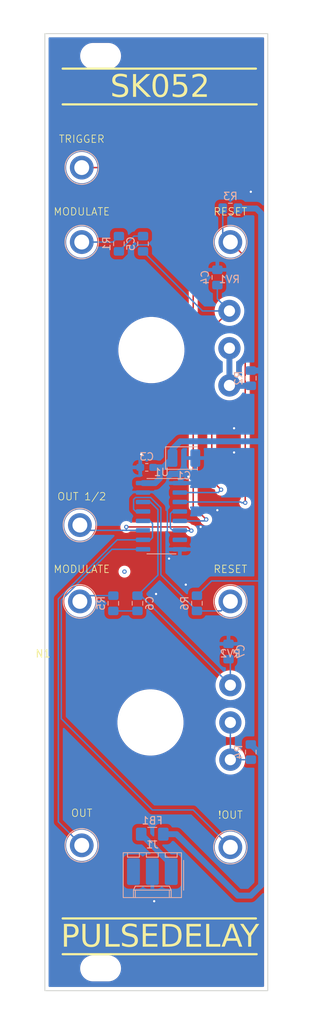
<source format=kicad_pcb>
(kicad_pcb (version 20240108) (generator "pcbnew") (generator_version "8.0")
  (layers (0 "F.Cu" signal) (31 "B.Cu" signal) (34 "B.Paste" user) (35 "F.Paste" user) (36 "B.SilkS" user "B.Silkscreen") (37 "F.SilkS" user "F.Silkscreen") (38 "B.Mask" user) (39 "F.Mask" user) (44 "Edge.Cuts" user))
  (net 0 "")
  (net 1 "GND")
  (net 2 "+5V")
  (net 4 "Net-(U1A-RxCx)")
  (net 5 "Net-(C5-Pad1)")
  (net 6 "Net-(C6-Pad1)")
  (net 7 "Net-(U1B-RxCx)")
  (net 8 "Net-(J1-Pin_1)")
  (net 9 "Net-(J2-Pin_1)")
  (net 10 "Net-(J3-Pin_1)")
  (net 11 "Net-(J4-Pin_1)")
  (net 12 "Net-(J5-Pin_1)")
  (net 13 "Net-(J6-Pin_1)")
  (net 14 "Net-(J7-Pin_1)")
  (net 15 "Net-(J8-Pin_1)")
  (net 16 "Net-(J9-Pin_1)")
  (net 17 "Net-(R2-Pad2)")
  (net 18 "Net-(R4-Pad2)")
  (footprint "synkie_footprints:Frontplate_30mm" (layer "F.Cu") (at 53.5375 32.015)
    (property "Reference" "N1" (at -0.25 83.25 0) (layer "F.SilkS"))
    (property "Value" "Housing")
    (fp_line (start 2.4 4.7) (end 28.4 4.7) (stroke (width 0.3)) (layer "F.SilkS"))
    (fp_line (start 2.4 9.5) (end 28.5 9.5) (stroke (width 0.3)) (layer "F.SilkS"))
    (fp_line (start 2.4 118.8) (end 28.4 118.8) (stroke (width 0.3)) (layer "F.SilkS"))
    (fp_line (start 2.4 123.6) (end 28.5 123.6) (stroke (width 0.3)) (layer "F.SilkS"))
    (fp_rect (start 0 0) (end 30 128.5) (stroke (width 0.12)) (fill none) (layer "Edge.Cuts"))
    (fp_text user "PULSEDELAY" (at 15.5 123.1 0) (layer "F.SilkS") (effects (font (size 3 3)) (justify bottom)))
    (fp_text user "SK052" (at 15.5 9 0) (layer "F.SilkS") (effects (font (size 3 3)) (justify bottom)))
    (pad "" np_thru_hole circle (at 7.5 3) (size 1.524 1.524) (drill oval 5 3) (layers "F&B.Cu" "*.Mask"))
    (pad "" np_thru_hole circle (at 7.5 125.5) (size 1.524 1.524) (drill oval 5 3) (layers "F&B.Cu" "*.Mask"))
  )
  (footprint "synkie_footprints:Solderpad-SYNKIEPAD-2mm" (layer "F.Cu") (at 58.5 60)
    (property "Reference" "J2" (hide yes))
    (property "Value" "Mod_1")
    (fp_circle (center 0 0) (end 2.25 0) (stroke (width 0.12)) (fill none) (layer "B.SilkS"))
    (fp_circle (center 0 0) (end 0 2.25) (stroke (width 0.12)) (fill none) (layer "F.SilkS"))
    (pad "1" thru_hole circle (at 0 0) (size 3.2 3.2) (drill 2) (layers "*.Cu" "*.Mask") (net 9 "Net-(J2-Pin_1)"))
  )
  (footprint "synkie_footprints:Solderpad-SYNKIEPAD-2mm" (layer "F.Cu") (at 78.5 60)
    (property "Reference" "J3" (hide yes))
    (property "Value" "Reset_1")
    (fp_circle (center 0 0) (end 2.25 0) (stroke (width 0.12)) (fill none) (layer "B.SilkS"))
    (fp_circle (center 0 0) (end 0 2.25) (stroke (width 0.12)) (fill none) (layer "F.SilkS"))
    (pad "1" thru_hole circle (at 0 0) (size 3.2 3.2) (drill 2) (layers "*.Cu" "*.Mask") (net 10 "Net-(J3-Pin_1)"))
  )
  (footprint "synkie_footprints:Solderpad-SYNKIEPAD-2mm" (layer "F.Cu") (at 78.5 141.25)
    (property "Reference" "J8" (hide yes))
    (property "Value" "!OUT_0")
    (fp_circle (center 0 0) (end 2.25 0) (stroke (width 0.12)) (fill none) (layer "B.SilkS"))
    (fp_circle (center 0 0) (end 0 2.25) (stroke (width 0.12)) (fill none) (layer "F.SilkS"))
    (pad "1" thru_hole circle (at 0 0) (size 3.2 3.2) (drill 2) (layers "*.Cu" "*.Mask") (net 15 "Net-(J8-Pin_1)"))
  )
  (footprint "synkie_footprints:Solderpad-SYNKIEPAD-2mm" (layer "F.Cu") (at 58.5 141)
    (property "Reference" "J6" (hide yes))
    (property "Value" "OUT_0")
    (fp_circle (center 0 0) (end 2.25 0) (stroke (width 0.12)) (fill none) (layer "B.SilkS"))
    (fp_circle (center 0 0) (end 0 2.25) (stroke (width 0.12)) (fill none) (layer "F.SilkS"))
    (pad "1" thru_hole circle (at 0 0) (size 3.2 3.2) (drill 2) (layers "*.Cu" "*.Mask") (net 13 "Net-(J6-Pin_1)"))
  )
  (footprint "MountingHole:MountingHole_8.4mm_M8" (layer "F.Cu") (at 67.75 124.5)
    (property "Reference" "H2" (hide yes))
    (property "Value" "MountingHole")
    (pad "" np_thru_hole circle (at 0 0) (size 8.4 8.4) (drill 8.4) (layers "*.Cu" "*.Mask"))
  )
  (footprint "synkie_footprints:Solderpad-SYNKIEPAD-2mm" (layer "F.Cu") (at 58.5 50)
    (property "Reference" "J4" (hide yes))
    (property "Value" "Trigger_1")
    (fp_circle (center 0 0) (end 2.25 0) (stroke (width 0.12)) (fill none) (layer "B.SilkS"))
    (fp_circle (center 0 0) (end 0 2.25) (stroke (width 0.12)) (fill none) (layer "F.SilkS"))
    (pad "1" thru_hole circle (at 0 0) (size 3.2 3.2) (drill 2) (layers "*.Cu" "*.Mask") (net 11 "Net-(J4-Pin_1)"))
  )
  (footprint "synkie_footprints:Solderpad-SYNKIEPAD-2mm" (layer "F.Cu") (at 58.25 108.25)
    (property "Reference" "J5" (hide yes))
    (property "Value" "Mod_2")
    (fp_circle (center 0 0) (end 2.25 0) (stroke (width 0.12)) (fill none) (layer "B.SilkS"))
    (fp_circle (center 0 0) (end 0 2.25) (stroke (width 0.12)) (fill none) (layer "F.SilkS"))
    (pad "1" thru_hole circle (at 0 0) (size 3.2 3.2) (drill 2) (layers "*.Cu" "*.Mask") (net 12 "Net-(J5-Pin_1)"))
  )
  (footprint "MountingHole:MountingHole_8.4mm_M8" (layer "F.Cu") (at 67.875 74.5)
    (property "Reference" "H1" (hide yes))
    (property "Value" "MountingHole")
    (pad "" np_thru_hole circle (at 0 0) (size 8.4 8.4) (drill 8.4) (layers "*.Cu" "*.Mask"))
  )
  (footprint "synkie_footprints:Solderpad-SYNKIEPAD-2mm" (layer "F.Cu") (at 58.25 98)
    (property "Reference" "J9" (hide yes))
    (property "Value" "OUT1/2")
    (fp_circle (center 0 0) (end 2.25 0) (stroke (width 0.12)) (fill none) (layer "B.SilkS"))
    (fp_circle (center 0 0) (end 0 2.25) (stroke (width 0.12)) (fill none) (layer "F.SilkS"))
    (pad "1" thru_hole circle (at 0 0) (size 3.2 3.2) (drill 2) (layers "*.Cu" "*.Mask") (net 16 "Net-(J9-Pin_1)"))
  )
  (footprint "synkie_footprints:Solderpad-SYNKIEPAD-2mm" (layer "F.Cu") (at 78.5 108.25)
    (property "Reference" "J7" (hide yes))
    (property "Value" "Reset_2")
    (fp_circle (center 0 0) (end 2.25 0) (stroke (width 0.12)) (fill none) (layer "B.SilkS"))
    (fp_circle (center 0 0) (end 0 2.25) (stroke (width 0.12)) (fill none) (layer "F.SilkS"))
    (pad "1" thru_hole circle (at 0 0) (size 3.2 3.2) (drill 2) (layers "*.Cu" "*.Mask") (net 14 "Net-(J7-Pin_1)"))
  )
  (footprint "synkie_footprints:SOIC-16_3.9x9.9mm_P1.27mm" (layer "B.Cu") (at 69.225 96.805 180)
    (property "Reference" "U1" (at 0 5.9 0) (layer "B.SilkS") (effects (justify mirror)))
    (property "Value" "4538")
    (fp_line (start 1.95 5.06) (end 0 5.06) (stroke (width 0.12)) (layer "B.SilkS"))
    (fp_line (start 1.95 -5.06) (end 0 -5.06) (stroke (width 0.12)) (layer "B.SilkS"))
    (fp_line (start -1.95 -5.06) (end 0 -5.06) (stroke (width 0.12)) (layer "B.SilkS"))
    (fp_line (start -3.45 5.06) (end 0 5.06) (stroke (width 0.12)) (layer "B.SilkS"))
    (pad "1" smd roundrect (at -2.475 4.445 180) (size 1.95 0.6) (layers "B.Cu" "B.Paste" "B.Mask") (net 1 "GND"))
    (pad "2" smd roundrect (at -2.475 3.175 180) (size 1.95 0.6) (layers "B.Cu" "B.Paste" "B.Mask") (net 4 "Net-(U1A-RxCx)"))
    (pad "3" smd roundrect (at -2.475 1.905 180) (size 1.95 0.6) (layers "B.Cu" "B.Paste" "B.Mask") (net 10 "Net-(J3-Pin_1)"))
    (pad "4" smd roundrect (at -2.475 0.635 180) (size 1.95 0.6) (layers "B.Cu" "B.Paste" "B.Mask") (net 16 "Net-(J9-Pin_1)"))
    (pad "5" smd roundrect (at -2.475 -0.635 180) (size 1.95 0.6) (layers "B.Cu" "B.Paste" "B.Mask") (net 11 "Net-(J4-Pin_1)"))
    (pad "6" smd roundrect (at -2.475 -1.905 180) (size 1.95 0.6) (layers "B.Cu" "B.Paste" "B.Mask") (net 16 "Net-(J9-Pin_1)"))
    (pad "7" smd roundrect (at -2.475 -3.175 180) (size 1.95 0.6) (layers "B.Cu" "B.Paste" "B.Mask"))
    (pad "8" smd roundrect (at -2.475 -4.445 180) (size 1.95 0.6) (layers "B.Cu" "B.Paste" "B.Mask") (net 1 "GND"))
    (pad "9" smd roundrect (at 2.475 -4.445 180) (size 1.95 0.6) (layers "B.Cu" "B.Paste" "B.Mask") (net 15 "Net-(J8-Pin_1)"))
    (pad "10" smd roundrect (at 2.475 -3.175 180) (size 1.95 0.6) (layers "B.Cu" "B.Paste" "B.Mask") (net 13 "Net-(J6-Pin_1)"))
    (pad "11" smd roundrect (at 2.475 -1.905 180) (size 1.95 0.6) (layers "B.Cu" "B.Paste" "B.Mask") (net 16 "Net-(J9-Pin_1)"))
    (pad "12" smd roundrect (at 2.475 -0.635 180) (size 1.95 0.6) (layers "B.Cu" "B.Paste" "B.Mask") (net 13 "Net-(J6-Pin_1)"))
    (pad "13" smd roundrect (at 2.475 0.635 180) (size 1.95 0.6) (layers "B.Cu" "B.Paste" "B.Mask") (net 14 "Net-(J7-Pin_1)"))
    (pad "14" smd roundrect (at 2.475 1.905 180) (size 1.95 0.6) (layers "B.Cu" "B.Paste" "B.Mask") (net 7 "Net-(U1B-RxCx)"))
    (pad "15" smd roundrect (at 2.475 3.175 180) (size 1.95 0.6) (layers "B.Cu" "B.Paste" "B.Mask") (net 1 "GND"))
    (pad "16" smd roundrect (at 2.475 4.445 180) (size 1.95 0.6) (layers "B.Cu" "B.Paste" "B.Mask") (net 2 "+5V"))
  )
  (footprint "synkie_footprints:R_0805_2012Metric_Pad1.15x1.40mm_HandSolder" (layer "B.Cu") (at 63.5 60.225 -90)
    (property "Reference" "R1" (at 0 1.65 90) (layer "B.SilkS") (effects (justify mirror)))
    (property "Value" "10k")
    (fp_line (start 0.261252 0.71) (end -0.261252 0.71) (stroke (width 0.12)) (layer "B.SilkS"))
    (fp_line (start 0.261252 -0.71) (end -0.261252 -0.71) (stroke (width 0.12)) (layer "B.SilkS"))
    (pad "1" smd roundrect (at -1.025 0 270) (size 1.15 1.4) (layers "B.Cu" "B.Paste" "B.Mask") (roundrect_rratio 0.217391) (net 9 "Net-(J2-Pin_1)"))
    (pad "2" smd roundrect (at 1.025 0 270) (size 1.15 1.4) (layers "B.Cu" "B.Paste" "B.Mask") (roundrect_rratio 0.217391) (net 5 "Net-(C5-Pad1)"))
  )
  (footprint "Capacitor_Tantalum_SMD:CP_EIA-3528-21_Kemet-B" (layer "B.Cu") (at 72.25 89)
    (property "Reference" "C1" (at 0 2.35 360) (layer "B.SilkS") (effects (justify mirror)))
    (property "Value" "10u")
    (fp_line (start -2.46 -1.51) (end -2.46 1.51) (stroke (width 0.12)) (layer "B.SilkS"))
    (fp_line (start -2.46 1.51) (end 1.75 1.51) (stroke (width 0.12)) (layer "B.SilkS"))
    (fp_line (start 1.75 -1.51) (end -2.46 -1.51) (stroke (width 0.12)) (layer "B.SilkS"))
    (pad "1" smd roundrect (at -1.5375 0) (size 1.325 2.35) (layers "B.Cu" "B.Paste" "B.Mask") (roundrect_rratio 0.188679) (net 2 "+5V"))
    (pad "2" smd roundrect (at 1.5375 0) (size 1.325 2.35) (layers "B.Cu" "B.Paste" "B.Mask") (roundrect_rratio 0.188679) (net 1 "GND"))
  )
  (footprint "synkie_footprints:Potentiometer_Uwe_100k_padsonly" (layer "B.Cu") (at 78.375 79.25 180)
    (property "Reference" "RV1" (at 0 14.25 0) (layer "B.SilkS") (effects (justify mirror)))
    (property "Value" "R_Potentiometer" (hide yes))
    (pad "1" thru_hole circle (at 0 0 180) (size 3 3) (drill 1.5) (layers "*.Cu" "*.Mask") (net 17 "Net-(R2-Pad2)"))
    (pad "2" thru_hole circle (at 0 5 180) (size 3 3) (drill 1.5) (layers "*.Cu" "*.Mask") (net 17 "Net-(R2-Pad2)"))
    (pad "3" thru_hole circle (at 0 10 180) (size 3 3) (drill 1.5) (layers "*.Cu" "*.Mask") (net 4 "Net-(U1A-RxCx)"))
  )
  (footprint "synkie_footprints:R_0805_2012Metric_Pad1.15x1.40mm_HandSolder" (layer "B.Cu") (at 66 108.5 90)
    (property "Reference" "C6" (at 0 1.65 90) (layer "B.SilkS") (effects (justify mirror)))
    (property "Value" "220n")
    (fp_line (start 0.261252 -0.71) (end -0.261252 -0.71) (stroke (width 0.12)) (layer "B.SilkS"))
    (fp_line (start 0.261252 0.71) (end -0.261252 0.71) (stroke (width 0.12)) (layer "B.SilkS"))
    (pad "1" smd roundrect (at -1.025 0 90) (size 1.15 1.4) (layers "B.Cu" "B.Paste" "B.Mask") (roundrect_rratio 0.217391) (net 6 "Net-(C6-Pad1)"))
    (pad "2" smd roundrect (at 1.025 0 90) (size 1.15 1.4) (layers "B.Cu" "B.Paste" "B.Mask") (roundrect_rratio 0.217391) (net 7 "Net-(U1B-RxCx)"))
  )
  (footprint "synkie_footprints:R_0805_2012Metric_Pad1.15x1.40mm_HandSolder" (layer "B.Cu") (at 66.75 60.225 -90)
    (property "Reference" "C5" (at 0 1.65 90) (layer "B.SilkS") (effects (justify mirror)))
    (property "Value" "220n")
    (fp_line (start 0.261252 0.71) (end -0.261252 0.71) (stroke (width 0.12)) (layer "B.SilkS"))
    (fp_line (start 0.261252 -0.71) (end -0.261252 -0.71) (stroke (width 0.12)) (layer "B.SilkS"))
    (pad "1" smd roundrect (at -1.025 0 270) (size 1.15 1.4) (layers "B.Cu" "B.Paste" "B.Mask") (roundrect_rratio 0.217391) (net 5 "Net-(C5-Pad1)"))
    (pad "2" smd roundrect (at 1.025 0 270) (size 1.15 1.4) (layers "B.Cu" "B.Paste" "B.Mask") (roundrect_rratio 0.217391) (net 4 "Net-(U1A-RxCx)"))
  )
  (footprint "synkie_footprints:R_0805_2012Metric_Pad1.15x1.40mm_HandSolder" (layer "B.Cu") (at 76.75 64.75 -90)
    (property "Reference" "C4" (at 0 1.65 90) (layer "B.SilkS") (effects (justify mirror)))
    (property "Value" "1n")
    (fp_line (start 0.261252 0.71) (end -0.261252 0.71) (stroke (width 0.12)) (layer "B.SilkS"))
    (fp_line (start 0.261252 -0.71) (end -0.261252 -0.71) (stroke (width 0.12)) (layer "B.SilkS"))
    (pad "1" smd roundrect (at -1.025 0 270) (size 1.15 1.4) (layers "B.Cu" "B.Paste" "B.Mask") (roundrect_rratio 0.217391) (net 1 "GND"))
    (pad "2" smd roundrect (at 1.025 0 270) (size 1.15 1.4) (layers "B.Cu" "B.Paste" "B.Mask") (roundrect_rratio 0.217391) (net 4 "Net-(U1A-RxCx)"))
  )
  (footprint "synkie_footprints:R_0805_2012Metric_Pad1.15x1.40mm_HandSolder" (layer "B.Cu") (at 62.75 108.5 -90)
    (property "Reference" "R5" (at 0 1.65 90) (layer "B.SilkS") (effects (justify mirror)))
    (property "Value" "10k")
    (fp_line (start 0.261252 0.71) (end -0.261252 0.71) (stroke (width 0.12)) (layer "B.SilkS"))
    (fp_line (start 0.261252 -0.71) (end -0.261252 -0.71) (stroke (width 0.12)) (layer "B.SilkS"))
    (pad "1" smd roundrect (at -1.025 0 270) (size 1.15 1.4) (layers "B.Cu" "B.Paste" "B.Mask") (roundrect_rratio 0.217391) (net 12 "Net-(J5-Pin_1)"))
    (pad "2" smd roundrect (at 1.025 0 270) (size 1.15 1.4) (layers "B.Cu" "B.Paste" "B.Mask") (roundrect_rratio 0.217391) (net 6 "Net-(C6-Pad1)"))
  )
  (footprint "synkie_footprints:R_0805_2012Metric_Pad1.15x1.40mm_HandSolder" (layer "B.Cu") (at 81.25 78.275 -90)
    (property "Reference" "R2" (at 0 1.65 90) (layer "B.SilkS") (effects (justify mirror)))
    (property "Value" "100k")
    (fp_line (start 0.261252 0.71) (end -0.261252 0.71) (stroke (width 0.12)) (layer "B.SilkS"))
    (fp_line (start 0.261252 -0.71) (end -0.261252 -0.71) (stroke (width 0.12)) (layer "B.SilkS"))
    (pad "1" smd roundrect (at -1.025 0 270) (size 1.15 1.4) (layers "B.Cu" "B.Paste" "B.Mask") (roundrect_rratio 0.217391) (net 2 "+5V"))
    (pad "2" smd roundrect (at 1.025 0 270) (size 1.15 1.4) (layers "B.Cu" "B.Paste" "B.Mask") (roundrect_rratio 0.217391) (net 17 "Net-(R2-Pad2)"))
  )
  (footprint "synkie_footprints:R_0805_2012Metric_Pad1.15x1.40mm_HandSolder" (layer "B.Cu") (at 78.25 114.975 90)
    (property "Reference" "C7" (at 0 1.65 90) (layer "B.SilkS") (effects (justify mirror)))
    (property "Value" "1n")
    (fp_line (start 0.261252 -0.71) (end -0.261252 -0.71) (stroke (width 0.12)) (layer "B.SilkS"))
    (fp_line (start 0.261252 0.71) (end -0.261252 0.71) (stroke (width 0.12)) (layer "B.SilkS"))
    (pad "1" smd roundrect (at -1.025 0 90) (size 1.15 1.4) (layers "B.Cu" "B.Paste" "B.Mask") (roundrect_rratio 0.217391) (net 7 "Net-(U1B-RxCx)"))
    (pad "2" smd roundrect (at 1.025 0 90) (size 1.15 1.4) (layers "B.Cu" "B.Paste" "B.Mask") (roundrect_rratio 0.217391) (net 1 "GND"))
  )
  (footprint "Inductor_SMD:L_1206_3216Metric_Pad1.42x1.75mm_HandSolder" (layer "B.Cu") (at 67.9875 139.5 180)
    (property "Reference" "FB1" (at 0 1.82 360) (layer "B.SilkS") (effects (justify mirror)))
    (property "Value" "Ferrite_Bead")
    (fp_line (start 0.602064 0.91) (end -0.602064 0.91) (stroke (width 0.12)) (layer "B.SilkS"))
    (fp_line (start 0.602064 -0.91) (end -0.602064 -0.91) (stroke (width 0.12)) (layer "B.SilkS"))
    (pad "1" smd roundrect (at -1.4875 0 180) (size 1.425 1.75) (layers "B.Cu" "B.Paste" "B.Mask") (roundrect_rratio 0.175439) (net 2 "+5V"))
    (pad "2" smd roundrect (at 1.4875 0 180) (size 1.425 1.75) (layers "B.Cu" "B.Paste" "B.Mask") (roundrect_rratio 0.175439) (net 8 "Net-(J1-Pin_1)"))
  )
  (footprint "synkie_footprints:R_0805_2012Metric_Pad1.15x1.40mm_HandSolder" (layer "B.Cu") (at 81.25 128.475 -90)
    (property "Reference" "R4" (at 0 1.65 90) (layer "B.SilkS") (effects (justify mirror)))
    (property "Value" "100k")
    (fp_line (start 0.261252 0.71) (end -0.261252 0.71) (stroke (width 0.12)) (layer "B.SilkS"))
    (fp_line (start 0.261252 -0.71) (end -0.261252 -0.71) (stroke (width 0.12)) (layer "B.SilkS"))
    (pad "1" smd roundrect (at -1.025 0 270) (size 1.15 1.4) (layers "B.Cu" "B.Paste" "B.Mask") (roundrect_rratio 0.217391) (net 2 "+5V"))
    (pad "2" smd roundrect (at 1.025 0 270) (size 1.15 1.4) (layers "B.Cu" "B.Paste" "B.Mask") (roundrect_rratio 0.217391) (net 18 "Net-(R4-Pad2)"))
  )
  (footprint "synkie_footprints:R_0805_2012Metric_Pad1.15x1.40mm_HandSolder" (layer "B.Cu") (at 74 108.5 -90)
    (property "Reference" "R6" (at 0 1.65 90) (layer "B.SilkS") (effects (justify mirror)))
    (property "Value" "10k")
    (fp_line (start 0.261252 0.71) (end -0.261252 0.71) (stroke (width 0.12)) (layer "B.SilkS"))
    (fp_line (start 0.261252 -0.71) (end -0.261252 -0.71) (stroke (width 0.12)) (layer "B.SilkS"))
    (pad "1" smd roundrect (at -1.025 0 270) (size 1.15 1.4) (layers "B.Cu" "B.Paste" "B.Mask") (roundrect_rratio 0.217391) (net 2 "+5V"))
    (pad "2" smd roundrect (at 1.025 0 270) (size 1.15 1.4) (layers "B.Cu" "B.Paste" "B.Mask") (roundrect_rratio 0.217391) (net 14 "Net-(J7-Pin_1)"))
  )
  (footprint "synkie_footprints:R_0603_1608Metric_Pad1.05x0.95mm_HandSolder" (layer "B.Cu") (at 67.25 90.25 180)
    (property "Reference" "C3" (at 0 1.43 0) (layer "B.SilkS") (effects (justify mirror)))
    (property "Value" "100n")
    (fp_line (start 0.171267 0.51) (end -0.171267 0.51) (stroke (width 0.12)) (layer "B.SilkS"))
    (fp_line (start 0.171267 -0.51) (end -0.171267 -0.51) (stroke (width 0.12)) (layer "B.SilkS"))
    (pad "1" smd roundrect (at -0.875 0 180) (size 1.05 0.95) (layers "B.Cu" "B.Paste" "B.Mask") (net 2 "+5V"))
    (pad "2" smd roundrect (at 0.875 0 180) (size 1.05 0.95) (layers "B.Cu" "B.Paste" "B.Mask") (net 1 "GND"))
  )
  (footprint "synkie_footprints:R_0805_2012Metric_Pad1.15x1.40mm_HandSolder" (layer "B.Cu") (at 78.5 55.5 180)
    (property "Reference" "R3" (at 0 1.65 0) (layer "B.SilkS") (effects (justify mirror)))
    (property "Value" "10k")
    (fp_line (start 0.261252 0.71) (end -0.261252 0.71) (stroke (width 0.12)) (layer "B.SilkS"))
    (fp_line (start 0.261252 -0.71) (end -0.261252 -0.71) (stroke (width 0.12)) (layer "B.SilkS"))
    (pad "1" smd roundrect (at -1.025 0 180) (size 1.15 1.4) (layers "B.Cu" "B.Paste" "B.Mask") (roundrect_rratio 0.217391) (net 2 "+5V"))
    (pad "2" smd roundrect (at 1.025 0 180) (size 1.15 1.4) (layers "B.Cu" "B.Paste" "B.Mask") (roundrect_rratio 0.217391) (net 10 "Net-(J3-Pin_1)"))
  )
  (footprint "synkie_footprints:Potentiometer_Uwe_100k_padsonly" (layer "B.Cu") (at 78.5 129.5 180)
    (property "Reference" "RV2" (at 0 14.25 0) (layer "B.SilkS") (effects (justify mirror)))
    (property "Value" "R_Potentiometer" (hide yes))
    (pad "1" thru_hole circle (at 0 0 180) (size 3 3) (drill 1.5) (layers "*.Cu" "*.Mask") (net 18 "Net-(R4-Pad2)"))
    (pad "2" thru_hole circle (at 0 5 180) (size 3 3) (drill 1.5) (layers "*.Cu" "*.Mask") (net 18 "Net-(R4-Pad2)"))
    (pad "3" thru_hole circle (at 0 10 180) (size 3 3) (drill 1.5) (layers "*.Cu" "*.Mask") (net 7 "Net-(U1B-RxCx)"))
  )
  (footprint "synkie_footprints:Molex_KK-254_AE-6410-03A_1x03_P2.54mm_Vertical_SMD" (layer "B.Cu") (at 70.54 145.02 180)
    (property "Reference" "J1" (at 2.54 4.12 0) (layer "B.SilkS") (effects (justify mirror)))
    (property "Value" "Supply")
    (fp_line (start 6.46 3.03) (end 6.46 -2.99) (stroke (width 0.12)) (layer "B.SilkS"))
    (fp_line (start 6.46 -2.99) (end -1.38 -2.99) (stroke (width 0.12)) (layer "B.SilkS"))
    (fp_line (start 5.88 3.03) (end 5.88 2.43) (stroke (width 0.12)) (layer "B.SilkS"))
    (fp_line (start 5.88 2.43) (end 4.28 2.43) (stroke (width 0.12)) (layer "B.SilkS"))
    (fp_line (start 5.08 -1.99) (end 4.83 -1.46) (stroke (width 0.12)) (layer "B.SilkS"))
    (fp_line (start 5.08 -1.99) (end 0 -1.99) (stroke (width 0.12)) (layer "B.SilkS"))
    (fp_line (start 5.08 -2.99) (end 5.08 -1.99) (stroke (width 0.12)) (layer "B.SilkS"))
    (fp_line (start 4.83 -1.46) (end 0.25 -1.46) (stroke (width 0.12)) (layer "B.SilkS"))
    (fp_line (start 4.83 -1.99) (end 4.83 -2.99) (stroke (width 0.12)) (layer "B.SilkS"))
    (fp_line (start 4.28 2.43) (end 4.28 3.03) (stroke (width 0.12)) (layer "B.SilkS"))
    (fp_line (start 3.34 3.03) (end 3.34 2.43) (stroke (width 0.12)) (layer "B.SilkS"))
    (fp_line (start 3.34 2.43) (end 1.74 2.43) (stroke (width 0.12)) (layer "B.SilkS"))
    (fp_line (start 1.74 2.43) (end 1.74 3.03) (stroke (width 0.12)) (layer "B.SilkS"))
    (fp_line (start 0.8 3.03) (end 0.8 2.43) (stroke (width 0.12)) (layer "B.SilkS"))
    (fp_line (start 0.8 2.43) (end -0.8 2.43) (stroke (width 0.12)) (layer "B.SilkS"))
    (fp_line (start 0.25 -1.46) (end 0 -1.99) (stroke (width 0.12)) (layer "B.SilkS"))
    (fp_line (start 0.25 -1.99) (end 0.25 -2.99) (stroke (width 0.12)) (layer "B.SilkS"))
    (fp_line (start 0 -1.99) (end 0 -2.99) (stroke (width 0.12)) (layer "B.SilkS"))
    (fp_line (start -0.8 2.43) (end -0.8 3.03) (stroke (width 0.12)) (layer "B.SilkS"))
    (fp_line (start -1.38 3.03) (end 6.46 3.03) (stroke (width 0.12)) (layer "B.SilkS"))
    (fp_line (start -1.38 -2.99) (end -1.38 3.03) (stroke (width 0.12)) (layer "B.SilkS"))
    (fp_line (start -1.67 -2) (end -1.67 2) (stroke (width 0.12)) (layer "B.SilkS"))
    (pad "1" smd roundrect (at 0 0.5 180) (size 1.74 3.6) (layers "B.Cu" "B.Paste" "B.Mask") (roundrect_rratio 0.143678) (net 8 "Net-(J1-Pin_1)"))
    (pad "2" smd roundrect (at 2.54 0.5 180) (size 1.74 3.6) (layers "B.Cu" "B.Paste" "B.Mask") (roundrect_rratio 0.143678) (net 1 "GND"))
    (pad "3" smd roundrect (at 5.08 0.5 180) (size 1.74 3.6) (layers "B.Cu" "B.Paste" "B.Mask") (roundrect_rratio 0.143678))
  )
  (gr_text "OUT 1/2" (at 58.5 94.75 0) (layer "F.SilkS") (effects (font (size 1 1) (thickness 0.1)) (justify bottom)))
  (gr_text "RESET" (at 78.5 104.5 0) (layer "F.SilkS") (effects (font (size 1 1) (thickness 0.1)) (justify bottom)))
  (gr_text "MODULATE" (at 58.5 104.5 0) (layer "F.SilkS") (effects (font (size 1 1) (thickness 0.1)) (justify bottom)))
  (gr_text "!OUT" (at 78.5 137.5 0) (layer "F.SilkS") (effects (font (size 1 1) (thickness 0.1)) (justify bottom)))
  (gr_text "OUT" (at 58.5 137.25 0) (layer "F.SilkS") (effects (font (size 1 1) (thickness 0.1)) (justify bottom)))
  (gr_text "MODULATE" (at 58.5 56.5 0) (layer "F.SilkS") (effects (font (size 1 1) (thickness 0.1)) (justify bottom)))
  (gr_text "RESET" (at 78.5 56.5 0) (layer "F.SilkS") (effects (font (size 1 1) (thickness 0.1)) (justify bottom)))
  (gr_text "TRIGGER" (at 58.5 46.75 0) (layer "F.SilkS") (effects (font (size 1 1) (thickness 0.1)) (justify bottom)))
  (via (at 64.25 104.25) (size 0.6) (drill 0.3) (layers "F.Cu" "B.Cu") (net 0))
  (via (at 79 88.25) (size 0.6) (drill 0.3) (layers "F.Cu" "B.Cu") (net 1))
  (via (at 74.5 98.25) (size 0.6) (drill 0.3) (layers "F.Cu" "B.Cu") (net 1))
  (via (at 66.5 88.5) (size 0.6) (drill 0.3) (layers "F.Cu" "B.Cu") (net 1))
  (via (at 68.25 148.5) (size 0.6) (drill 0.3) (layers "F.Cu" "B.Cu") (net 1))
  (via (at 79 85) (size 0.6) (drill 0.3) (layers "F.Cu" "B.Cu") (net 1))
  (via (at 72.5 106) (size 0.6) (drill 0.3) (layers "F.Cu" "B.Cu") (net 1))
  (via (at 76.75 96) (size 0.6) (drill 0.3) (layers "F.Cu" "B.Cu") (net 1))
  (via (at 72.85 91.5) (size 0.6) (drill 0.3) (layers "F.Cu" "B.Cu") (net 1))
  (via (at 81.25 53.25) (size 0.6) (drill 0.3) (layers "F.Cu" "B.Cu") (net 1))
  (via (at 70.25 102.5) (size 0.6) (drill 0.3) (layers "F.Cu" "B.Cu") (net 1))
  (via (at 68.5 107.25) (size 0.6) (drill 0.3) (layers "F.Cu" "B.Cu") (net 1))
  (segment (start 59 88.25) (end 60.875 90.125) (width 0.2) (layer "B.Cu") (net 1))
  (segment (start 71.7 101.25) (end 70.25 101.25) (width 0.2) (layer "B.Cu") (net 1))
  (segment (start 76.75 63.725) (end 76.75 62.75) (width 0.2) (layer "B.Cu") (net 1))
  (segment (start 67.434744 60.375) (end 66.065256 60.375) (width 0.2) (layer "B.Cu") (net 1))
  (segment (start 71.7 92.36) (end 73.7875 90.2725) (width 0.2) (layer "B.Cu") (net 1))
  (segment (start 64.38 93.63) (end 66.75 93.63) (width 0.2) (layer "B.Cu") (net 1))
  (segment (start 69.25 93) (end 68.62 93.63) (width 0.2) (layer "B.Cu") (net 1))
  (segment (start 69.89 92.36) (end 69.25 93) (width 0.2) (layer "B.Cu") (net 1))
  (segment (start 60.875 90.125) (end 64.38 93.63) (width 0.2) (layer "B.Cu") (net 1))
  (segment (start 68.62 93.63) (end 66.75 93.63) (width 0.2) (layer "B.Cu") (net 1))
  (segment (start 66.065256 60.375) (end 59 67.440256) (width 0.2) (layer "B.Cu") (net 1))
  (segment (start 70.025 101.025) (end 70.025 93.775) (width 0.2) (layer "B.Cu") (net 1))
  (segment (start 66.375 90.25) (end 61 90.25) (width 0.2) (layer "B.Cu") (net 1))
  (segment (start 59 67.440256) (end 59 88.25) (width 0.2) (layer "B.Cu") (net 1))
  (segment (start 73.7875 90.2725) (end 73.7875 89) (width 0.2) (layer "B.Cu") (net 1))
  (segment (start 70.5 56.5) (end 70.5 57.309744) (width 0.2) (layer "B.Cu") (net 1))
  (segment (start 76.75 62.75) (end 70.5 56.5) (width 0.2) (layer "B.Cu") (net 1))
  (segment (start 70.5 57.309744) (end 67.434744 60.375) (width 0.2) (layer "B.Cu") (net 1))
  (segment (start 61 90.25) (end 60.875 90.125) (width 0.2) (layer "B.Cu") (net 1))
  (segment (start 70.25 101.25) (end 70.025 101.025) (width 0.2) (layer "B.Cu") (net 1))
  (segment (start 71.7 92.36) (end 69.89 92.36) (width 0.2) (layer "B.Cu") (net 1))
  (segment (start 70.025 93.775) (end 69.25 93) (width 0.2) (layer "B.Cu") (net 1))
  (segment (start 82 55.5) (end 79.525 55.5) (width 0.8) (layer "B.Cu") (net 2))
  (segment (start 82.6375 77.25) (end 82.6375 56.1375) (width 0.8) (layer "B.Cu") (net 2))
  (segment (start 82.6375 86.75) (end 82.6375 77.25) (width 0.8) (layer "B.Cu") (net 2))
  (segment (start 81.25 147.75) (end 79.5 147.75) (width 0.8) (layer "B.Cu") (net 2))
  (segment (start 82.6375 128.8375) (end 82.6375 105.5) (width 0.8) (layer "B.Cu") (net 2))
  (segment (start 69.4625 90.25) (end 70.7125 89) (width 0.8) (layer "B.Cu") (net 2))
  (segment (start 82.6375 86.75) (end 71.75 86.75) (width 0.8) (layer "B.Cu") (net 2))
  (segment (start 81.25 77.25) (end 82.6375 77.25) (width 0.8) (layer "B.Cu") (net 2))
  (segment (start 71.25 139.5) (end 69.475 139.5) (width 0.8) (layer "B.Cu") (net 2))
  (segment (start 68.39 92.36) (end 69 91.75) (width 0.8) (layer "B.Cu") (net 2))
  (segment (start 66.75 92.36) (end 68.39 92.36) (width 0.8) (layer "B.Cu") (net 2))
  (segment (start 75.975 105.5) (end 82.6375 105.5) (width 0.2) (layer "B.Cu") (net 2))
  (segment (start 69 90.25) (end 69.4625 90.25) (width 0.8) (layer "B.Cu") (net 2))
  (segment (start 70.7125 87.7875) (end 70.7125 89) (width 0.8) (layer "B.Cu") (net 2))
  (segment (start 71.75 86.75) (end 70.7125 87.7875) (width 0.8) (layer "B.Cu") (net 2))
  (segment (start 81.25 127.45) (end 82.6375 128.8375) (width 0.8) (layer "B.Cu") (net 2))
  (segment (start 82.6375 128.8375) (end 82.6375 146.3625) (width 0.8) (layer "B.Cu") (net 2))
  (segment (start 74 107.475) (end 75.975 105.5) (width 0.2) (layer "B.Cu") (net 2))
  (segment (start 69 91.75) (end 69 90.25) (width 0.8) (layer "B.Cu") (net 2))
  (segment (start 82.6375 56.1375) (end 82 55.5) (width 0.8) (layer "B.Cu") (net 2))
  (segment (start 82.6375 105.5) (end 82.6375 86.75) (width 0.8) (layer "B.Cu") (net 2))
  (segment (start 82.6375 146.3625) (end 81.25 147.75) (width 0.8) (layer "B.Cu") (net 2))
  (segment (start 68.125 90.25) (end 69 90.25) (width 0.8) (layer "B.Cu") (net 2))
  (segment (start 79.5 147.75) (end 71.25 139.5) (width 0.8) (layer "B.Cu") (net 2))
  (segment (start 76.575 92.575) (end 76.325 92.575) (width 0.2) (layer "F.Cu") (net 4))
  (segment (start 76.325 92.575) (end 76 92.25) (width 0.2) (layer "F.Cu") (net 4))
  (segment (start 77.25 93.25) (end 76.575 92.575) (width 0.2) (layer "F.Cu") (net 4))
  (segment (start 76 92.25) (end 76 71.625) (width 0.2) (layer "F.Cu") (net 4))
  (segment (start 76 71.625) (end 78.375 69.25) (width 0.2) (layer "F.Cu") (net 4))
  (via (at 77.25 93.25) (size 0.6) (drill 0.3) (layers "F.Cu" "B.Cu") (net 4))
  (segment (start 76.75 65.775) (end 76.75 67.625) (width 0.2) (layer "B.Cu") (net 4))
  (segment (start 71.7 93.63) (end 76.87 93.63) (width 0.2) (layer "B.Cu") (net 4))
  (segment (start 76.87 93.63) (end 77.25 93.25) (width 0.2) (layer "B.Cu") (net 4))
  (segment (start 78.375 69.25) (end 74.75 69.25) (width 0.2) (layer "B.Cu") (net 4))
  (segment (start 74.75 69.25) (end 66.75 61.25) (width 0.2) (layer "B.Cu") (net 4))
  (segment (start 76.75 67.625) (end 78.375 69.25) (width 0.2) (layer "B.Cu") (net 4))
  (segment (start 65.55 59.2) (end 66.75 59.2) (width 0.2) (layer "B.Cu") (net 5))
  (segment (start 63.5 61.25) (end 65.55 59.2) (width 0.2) (layer "B.Cu") (net 5))
  (segment (start 66 109.525) (end 62.75 109.525) (width 0.2) (layer "B.Cu") (net 6))
  (segment (start 66 107.475) (end 66.475 107.475) (width 0.2) (layer "B.Cu") (net 7))
  (segment (start 78.5 116.25) (end 78.25 116) (width 0.2) (layer "B.Cu") (net 7))
  (segment (start 66.475 107.475) (end 78.5 119.5) (width 0.2) (layer "B.Cu") (net 7))
  (segment (start 68.75 104.725) (end 66 107.475) (width 0.2) (layer "B.Cu") (net 7))
  (segment (start 66.75 94.9) (end 67.724999 94.9) (width 0.2) (layer "B.Cu") (net 7))
  (segment (start 67.724999 94.9) (end 68.75 95.925001) (width 0.2) (layer "B.Cu") (net 7))
  (segment (start 78.5 119.5) (end 78.5 116.25) (width 0.2) (layer "B.Cu") (net 7))
  (segment (start 68.75 95.925001) (end 68.75 104.725) (width 0.2) (layer "B.Cu") (net 7))
  (segment (start 70.54 143.54) (end 70.54 144.52) (width 0.8) (layer "B.Cu") (net 8))
  (segment (start 66.5 139.5) (end 70.54 143.54) (width 0.8) (layer "B.Cu") (net 8))
  (segment (start 62.7 60) (end 63.5 59.2) (width 0.2) (layer "B.Cu") (net 9))
  (segment (start 58.5 60) (end 62.7 60) (width 0.2) (layer "B.Cu") (net 9))
  (segment (start 80.5 62) (end 80.5 95) (width 0.2) (layer "F.Cu") (net 10))
  (segment (start 78.5 60) (end 80.5 62) (width 0.2) (layer "F.Cu") (net 10))
  (via (at 80.5 95) (size 0.6) (drill 0.3) (layers "F.Cu" "B.Cu") (net 10))
  (segment (start 77.475 58.975) (end 78.5 60) (width 0.2) (layer "B.Cu") (net 10))
  (segment (start 80.5 95) (end 80 95) (width 0.2) (layer "B.Cu") (net 10))
  (segment (start 80 95) (end 79.9 94.9) (width 0.2) (layer "B.Cu") (net 10))
  (segment (start 77.475 55.5) (end 77.475 58.975) (width 0.2) (layer "B.Cu") (net 10))
  (segment (start 79.9 94.9) (end 71.7 94.9) (width 0.2) (layer "B.Cu") (net 10))
  (segment (start 70.25 50) (end 73.5 53.25) (width 0.2) (layer "F.Cu") (net 11))
  (segment (start 73.5 53.25) (end 73.5 95.5) (width 0.2) (layer "F.Cu") (net 11))
  (segment (start 73.5 95.5) (end 75.25 97.25) (width 0.2) (layer "F.Cu") (net 11))
  (segment (start 58.5 50) (end 70.25 50) (width 0.2) (layer "F.Cu") (net 11))
  (via (at 75.25 97.25) (size 0.6) (drill 0.3) (layers "F.Cu" "B.Cu") (net 11))
  (segment (start 75.25 97.25) (end 75.06 97.44) (width 0.2) (layer "B.Cu") (net 11))
  (segment (start 75.06 97.44) (end 71.7 97.44) (width 0.2) (layer "B.Cu") (net 11))
  (segment (start 62.75 107.475) (end 59.025 107.475) (width 0.2) (layer "B.Cu") (net 12))
  (segment (start 59.025 107.475) (end 58.25 108.25) (width 0.2) (layer "B.Cu") (net 12))
  (segment (start 55.35 107.897308) (end 55.35 137.85) (width 0.2) (layer "B.Cu") (net 13))
  (segment (start 68.025 97.775) (end 68.025 99.679999) (width 0.2) (layer "B.Cu") (net 13))
  (segment (start 68.025 99.679999) (end 67.724999 99.98) (width 0.2) (layer "B.Cu") (net 13))
  (segment (start 55.35 137.85) (end 58.5 141) (width 0.2) (layer "B.Cu") (net 13))
  (segment (start 67.724999 99.98) (end 66.75 99.98) (width 0.2) (layer "B.Cu") (net 13))
  (segment (start 63.267308 99.98) (end 55.35 107.897308) (width 0.2) (layer "B.Cu") (net 13))
  (segment (start 66.75 99.98) (end 63.267308 99.98) (width 0.2) (layer "B.Cu") (net 13))
  (segment (start 67.69 97.44) (end 68.025 97.775) (width 0.2) (layer "B.Cu") (net 13))
  (segment (start 66.75 97.44) (end 67.69 97.44) (width 0.2) (layer "B.Cu") (net 13))
  (segment (start 69.15 95.684448) (end 69.15 104.675) (width 0.2) (layer "B.Cu") (net 14))
  (segment (start 65.734448 94.3) (end 67.765552 94.3) (width 0.2) (layer "B.Cu") (net 14))
  (segment (start 65.475 94.559448) (end 65.734448 94.3) (width 0.2) (layer "B.Cu") (net 14))
  (segment (start 77.225 109.525) (end 78.5 108.25) (width 0.2) (layer "B.Cu") (net 14))
  (segment (start 66.75 96.17) (end 65.775001 96.17) (width 0.2) (layer "B.Cu") (net 14))
  (segment (start 74 109.525) (end 77.225 109.525) (width 0.2) (layer "B.Cu") (net 14))
  (segment (start 69.15 104.675) (end 74 109.525) (width 0.2) (layer "B.Cu") (net 14))
  (segment (start 65.775001 96.17) (end 65.475 95.869999) (width 0.2) (layer "B.Cu") (net 14))
  (segment (start 67.765552 94.3) (end 69.15 95.684448) (width 0.2) (layer "B.Cu") (net 14))
  (segment (start 65.475 95.869999) (end 65.475 94.559448) (width 0.2) (layer "B.Cu") (net 14))
  (segment (start 66.75 101.25) (end 62.562994 101.25) (width 0.2) (layer "B.Cu") (net 15))
  (segment (start 68 136.25) (end 73.5 136.25) (width 0.2) (layer "B.Cu") (net 15))
  (segment (start 55.75 124) (end 68 136.25) (width 0.2) (layer "B.Cu") (net 15))
  (segment (start 73.5 136.25) (end 78.5 141.25) (width 0.2) (layer "B.Cu") (net 15))
  (segment (start 55.75 108.062994) (end 55.75 124) (width 0.2) (layer "B.Cu") (net 15))
  (segment (start 62.562994 101.25) (end 55.75 108.062994) (width 0.2) (layer "B.Cu") (net 15))
  (segment (start 72.75 98.25) (end 73.25 98.75) (width 0.2) (layer "F.Cu") (net 16))
  (segment (start 64.5 98.25) (end 72.75 98.25) (width 0.2) (layer "F.Cu") (net 16))
  (via (at 64.5 98.25) (size 0.6) (drill 0.3) (layers "F.Cu" "B.Cu") (net 16))
  (via (at 73.25 98.75) (size 0.6) (drill 0.3) (layers "F.Cu" "B.Cu") (net 16))
  (segment (start 73.25 98.75) (end 71.74 98.75) (width 0.2) (layer "B.Cu") (net 16))
  (segment (start 64.5 98.71) (end 58.96 98.71) (width 0.2) (layer "B.Cu") (net 16))
  (segment (start 70.425 98.409999) (end 70.425 96.470001) (width 0.2) (layer "B.Cu") (net 16))
  (segment (start 70.725001 98.71) (end 70.425 98.409999) (width 0.2) (layer "B.Cu") (net 16))
  (segment (start 70.425 96.470001) (end 70.725001 96.17) (width 0.2) (layer "B.Cu") (net 16))
  (segment (start 71.74 98.75) (end 71.7 98.71) (width 0.2) (layer "B.Cu") (net 16))
  (segment (start 71.7 98.71) (end 70.725001 98.71) (width 0.2) (layer "B.Cu") (net 16))
  (segment (start 66.75 98.71) (end 64.5 98.71) (width 0.2) (layer "B.Cu") (net 16))
  (segment (start 64.5 98.71) (end 64.5 98.25) (width 0.2) (layer "B.Cu") (net 16))
  (segment (start 70.725001 96.17) (end 71.7 96.17) (width 0.2) (layer "B.Cu") (net 16))
  (segment (start 58.96 98.71) (end 58.25 98) (width 0.2) (layer "B.Cu") (net 16))
  (segment (start 78.375 79.25) (end 78.375 74.25) (width 0.8) (layer "B.Cu") (net 17))
  (segment (start 78.425 79.3) (end 78.375 79.25) (width 0.8) (layer "B.Cu") (net 17))
  (segment (start 81.25 79.3) (end 78.425 79.3) (width 0.8) (layer "B.Cu") (net 17))
  (segment (start 81.25 129.5) (end 78.5 129.5) (width 0.2) (layer "B.Cu") (net 18))
  (segment (start 78.5 124.5) (end 78.5 129.5) (width 0.2) (layer "B.Cu") (net 18))
  (zone (net 1) (net_name "GND") (layers "F&B.Cu") (connect_pads (clearance 0.5)) (min_thickness 0.25) (fill yes (thermal_gap 0.5) (thermal_bridge_width 0.5))
    (polygon (pts (xy 47.5 28) (xy 87.25 27.5) (xy 88 163) (xy 48 165)))
  )
)
</source>
